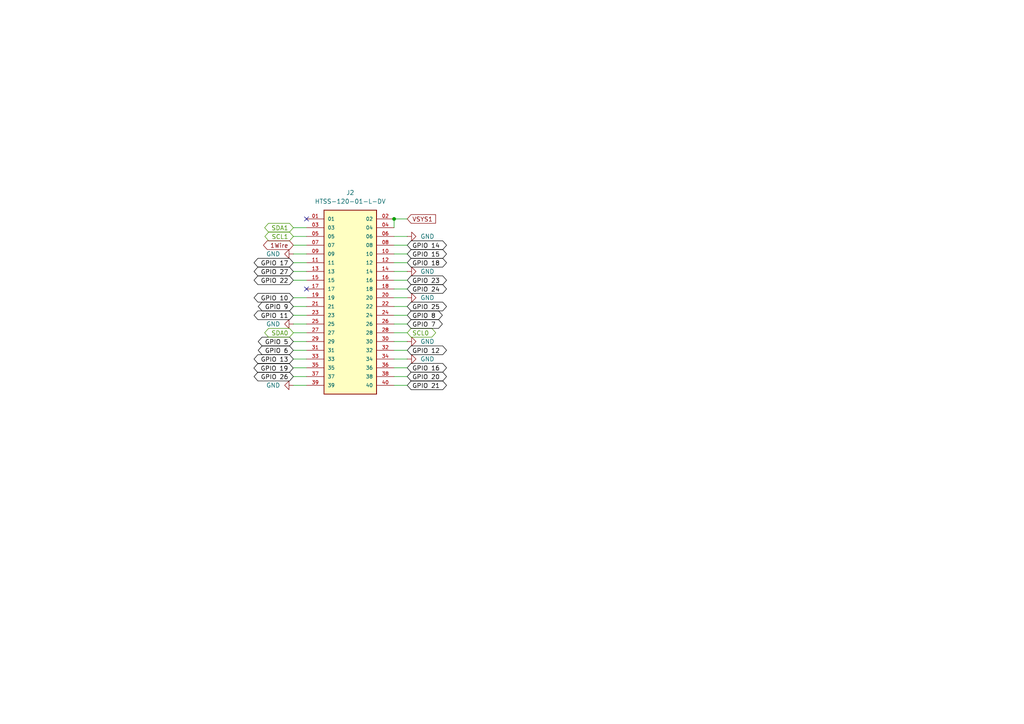
<source format=kicad_sch>
(kicad_sch
	(version 20231120)
	(generator "eeschema")
	(generator_version "8.0")
	(uuid "c8594ef8-8d31-4b80-8cd4-a9f106699f5c")
	(paper "A4")
	(lib_symbols
		(symbol "HTSS-120-01-L-DV:HTSS-120-01-L-DV"
			(pin_names
				(offset 1.016)
			)
			(exclude_from_sim no)
			(in_bom yes)
			(on_board yes)
			(property "Reference" "J"
				(at -8.12 27.94 0)
				(effects
					(font
						(size 1.27 1.27)
					)
					(justify left bottom)
				)
			)
			(property "Value" "HTSS-120-01-L-DV"
				(at -7.62 -27.94 0)
				(effects
					(font
						(size 1.27 1.27)
					)
					(justify left bottom)
				)
			)
			(property "Footprint" "HTSS-120-01-L-DV:SAMTEC_HTSS-120-01-L-DV"
				(at 0 0 0)
				(effects
					(font
						(size 1.27 1.27)
					)
					(justify bottom)
					(hide yes)
				)
			)
			(property "Datasheet" ""
				(at 0 0 0)
				(effects
					(font
						(size 1.27 1.27)
					)
					(hide yes)
				)
			)
			(property "Description" ""
				(at 0 0 0)
				(effects
					(font
						(size 1.27 1.27)
					)
					(hide yes)
				)
			)
			(property "PARTREV" "R"
				(at 0 0 0)
				(effects
					(font
						(size 1.27 1.27)
					)
					(justify bottom)
					(hide yes)
				)
			)
			(property "STANDARD" "Manufacturer Recommendations"
				(at 0 0 0)
				(effects
					(font
						(size 1.27 1.27)
					)
					(justify bottom)
					(hide yes)
				)
			)
			(property "MANUFACTURER" "Samtec"
				(at 0 0 0)
				(effects
					(font
						(size 1.27 1.27)
					)
					(justify bottom)
					(hide yes)
				)
			)
			(symbol "HTSS-120-01-L-DV_0_0"
				(rectangle
					(start -7.62 -25.4)
					(end 7.62 27.94)
					(stroke
						(width 0.254)
						(type default)
					)
					(fill
						(type background)
					)
				)
				(pin passive line
					(at -12.7 25.4 0)
					(length 5.08)
					(name "01"
						(effects
							(font
								(size 1.016 1.016)
							)
						)
					)
					(number "01"
						(effects
							(font
								(size 1.016 1.016)
							)
						)
					)
				)
				(pin passive line
					(at 12.7 25.4 180)
					(length 5.08)
					(name "02"
						(effects
							(font
								(size 1.016 1.016)
							)
						)
					)
					(number "02"
						(effects
							(font
								(size 1.016 1.016)
							)
						)
					)
				)
				(pin passive line
					(at -12.7 22.86 0)
					(length 5.08)
					(name "03"
						(effects
							(font
								(size 1.016 1.016)
							)
						)
					)
					(number "03"
						(effects
							(font
								(size 1.016 1.016)
							)
						)
					)
				)
				(pin passive line
					(at 12.7 22.86 180)
					(length 5.08)
					(name "04"
						(effects
							(font
								(size 1.016 1.016)
							)
						)
					)
					(number "04"
						(effects
							(font
								(size 1.016 1.016)
							)
						)
					)
				)
				(pin passive line
					(at -12.7 20.32 0)
					(length 5.08)
					(name "05"
						(effects
							(font
								(size 1.016 1.016)
							)
						)
					)
					(number "05"
						(effects
							(font
								(size 1.016 1.016)
							)
						)
					)
				)
				(pin passive line
					(at 12.7 20.32 180)
					(length 5.08)
					(name "06"
						(effects
							(font
								(size 1.016 1.016)
							)
						)
					)
					(number "06"
						(effects
							(font
								(size 1.016 1.016)
							)
						)
					)
				)
				(pin passive line
					(at -12.7 17.78 0)
					(length 5.08)
					(name "07"
						(effects
							(font
								(size 1.016 1.016)
							)
						)
					)
					(number "07"
						(effects
							(font
								(size 1.016 1.016)
							)
						)
					)
				)
				(pin passive line
					(at 12.7 17.78 180)
					(length 5.08)
					(name "08"
						(effects
							(font
								(size 1.016 1.016)
							)
						)
					)
					(number "08"
						(effects
							(font
								(size 1.016 1.016)
							)
						)
					)
				)
				(pin passive line
					(at -12.7 15.24 0)
					(length 5.08)
					(name "09"
						(effects
							(font
								(size 1.016 1.016)
							)
						)
					)
					(number "09"
						(effects
							(font
								(size 1.016 1.016)
							)
						)
					)
				)
				(pin passive line
					(at 12.7 15.24 180)
					(length 5.08)
					(name "10"
						(effects
							(font
								(size 1.016 1.016)
							)
						)
					)
					(number "10"
						(effects
							(font
								(size 1.016 1.016)
							)
						)
					)
				)
				(pin passive line
					(at -12.7 12.7 0)
					(length 5.08)
					(name "11"
						(effects
							(font
								(size 1.016 1.016)
							)
						)
					)
					(number "11"
						(effects
							(font
								(size 1.016 1.016)
							)
						)
					)
				)
				(pin passive line
					(at 12.7 12.7 180)
					(length 5.08)
					(name "12"
						(effects
							(font
								(size 1.016 1.016)
							)
						)
					)
					(number "12"
						(effects
							(font
								(size 1.016 1.016)
							)
						)
					)
				)
				(pin passive line
					(at -12.7 10.16 0)
					(length 5.08)
					(name "13"
						(effects
							(font
								(size 1.016 1.016)
							)
						)
					)
					(number "13"
						(effects
							(font
								(size 1.016 1.016)
							)
						)
					)
				)
				(pin passive line
					(at 12.7 10.16 180)
					(length 5.08)
					(name "14"
						(effects
							(font
								(size 1.016 1.016)
							)
						)
					)
					(number "14"
						(effects
							(font
								(size 1.016 1.016)
							)
						)
					)
				)
				(pin passive line
					(at -12.7 7.62 0)
					(length 5.08)
					(name "15"
						(effects
							(font
								(size 1.016 1.016)
							)
						)
					)
					(number "15"
						(effects
							(font
								(size 1.016 1.016)
							)
						)
					)
				)
				(pin passive line
					(at 12.7 7.62 180)
					(length 5.08)
					(name "16"
						(effects
							(font
								(size 1.016 1.016)
							)
						)
					)
					(number "16"
						(effects
							(font
								(size 1.016 1.016)
							)
						)
					)
				)
				(pin passive line
					(at -12.7 5.08 0)
					(length 5.08)
					(name "17"
						(effects
							(font
								(size 1.016 1.016)
							)
						)
					)
					(number "17"
						(effects
							(font
								(size 1.016 1.016)
							)
						)
					)
				)
				(pin passive line
					(at 12.7 5.08 180)
					(length 5.08)
					(name "18"
						(effects
							(font
								(size 1.016 1.016)
							)
						)
					)
					(number "18"
						(effects
							(font
								(size 1.016 1.016)
							)
						)
					)
				)
				(pin passive line
					(at -12.7 2.54 0)
					(length 5.08)
					(name "19"
						(effects
							(font
								(size 1.016 1.016)
							)
						)
					)
					(number "19"
						(effects
							(font
								(size 1.016 1.016)
							)
						)
					)
				)
				(pin passive line
					(at 12.7 2.54 180)
					(length 5.08)
					(name "20"
						(effects
							(font
								(size 1.016 1.016)
							)
						)
					)
					(number "20"
						(effects
							(font
								(size 1.016 1.016)
							)
						)
					)
				)
				(pin passive line
					(at -12.7 0 0)
					(length 5.08)
					(name "21"
						(effects
							(font
								(size 1.016 1.016)
							)
						)
					)
					(number "21"
						(effects
							(font
								(size 1.016 1.016)
							)
						)
					)
				)
				(pin passive line
					(at 12.7 0 180)
					(length 5.08)
					(name "22"
						(effects
							(font
								(size 1.016 1.016)
							)
						)
					)
					(number "22"
						(effects
							(font
								(size 1.016 1.016)
							)
						)
					)
				)
				(pin passive line
					(at -12.7 -2.54 0)
					(length 5.08)
					(name "23"
						(effects
							(font
								(size 1.016 1.016)
							)
						)
					)
					(number "23"
						(effects
							(font
								(size 1.016 1.016)
							)
						)
					)
				)
				(pin passive line
					(at 12.7 -2.54 180)
					(length 5.08)
					(name "24"
						(effects
							(font
								(size 1.016 1.016)
							)
						)
					)
					(number "24"
						(effects
							(font
								(size 1.016 1.016)
							)
						)
					)
				)
				(pin passive line
					(at -12.7 -5.08 0)
					(length 5.08)
					(name "25"
						(effects
							(font
								(size 1.016 1.016)
							)
						)
					)
					(number "25"
						(effects
							(font
								(size 1.016 1.016)
							)
						)
					)
				)
				(pin passive line
					(at 12.7 -5.08 180)
					(length 5.08)
					(name "26"
						(effects
							(font
								(size 1.016 1.016)
							)
						)
					)
					(number "26"
						(effects
							(font
								(size 1.016 1.016)
							)
						)
					)
				)
				(pin passive line
					(at -12.7 -7.62 0)
					(length 5.08)
					(name "27"
						(effects
							(font
								(size 1.016 1.016)
							)
						)
					)
					(number "27"
						(effects
							(font
								(size 1.016 1.016)
							)
						)
					)
				)
				(pin passive line
					(at 12.7 -7.62 180)
					(length 5.08)
					(name "28"
						(effects
							(font
								(size 1.016 1.016)
							)
						)
					)
					(number "28"
						(effects
							(font
								(size 1.016 1.016)
							)
						)
					)
				)
				(pin passive line
					(at -12.7 -10.16 0)
					(length 5.08)
					(name "29"
						(effects
							(font
								(size 1.016 1.016)
							)
						)
					)
					(number "29"
						(effects
							(font
								(size 1.016 1.016)
							)
						)
					)
				)
				(pin passive line
					(at 12.7 -10.16 180)
					(length 5.08)
					(name "30"
						(effects
							(font
								(size 1.016 1.016)
							)
						)
					)
					(number "30"
						(effects
							(font
								(size 1.016 1.016)
							)
						)
					)
				)
				(pin passive line
					(at -12.7 -12.7 0)
					(length 5.08)
					(name "31"
						(effects
							(font
								(size 1.016 1.016)
							)
						)
					)
					(number "31"
						(effects
							(font
								(size 1.016 1.016)
							)
						)
					)
				)
				(pin passive line
					(at 12.7 -12.7 180)
					(length 5.08)
					(name "32"
						(effects
							(font
								(size 1.016 1.016)
							)
						)
					)
					(number "32"
						(effects
							(font
								(size 1.016 1.016)
							)
						)
					)
				)
				(pin passive line
					(at -12.7 -15.24 0)
					(length 5.08)
					(name "33"
						(effects
							(font
								(size 1.016 1.016)
							)
						)
					)
					(number "33"
						(effects
							(font
								(size 1.016 1.016)
							)
						)
					)
				)
				(pin passive line
					(at 12.7 -15.24 180)
					(length 5.08)
					(name "34"
						(effects
							(font
								(size 1.016 1.016)
							)
						)
					)
					(number "34"
						(effects
							(font
								(size 1.016 1.016)
							)
						)
					)
				)
				(pin passive line
					(at -12.7 -17.78 0)
					(length 5.08)
					(name "35"
						(effects
							(font
								(size 1.016 1.016)
							)
						)
					)
					(number "35"
						(effects
							(font
								(size 1.016 1.016)
							)
						)
					)
				)
				(pin passive line
					(at 12.7 -17.78 180)
					(length 5.08)
					(name "36"
						(effects
							(font
								(size 1.016 1.016)
							)
						)
					)
					(number "36"
						(effects
							(font
								(size 1.016 1.016)
							)
						)
					)
				)
				(pin passive line
					(at -12.7 -20.32 0)
					(length 5.08)
					(name "37"
						(effects
							(font
								(size 1.016 1.016)
							)
						)
					)
					(number "37"
						(effects
							(font
								(size 1.016 1.016)
							)
						)
					)
				)
				(pin passive line
					(at 12.7 -20.32 180)
					(length 5.08)
					(name "38"
						(effects
							(font
								(size 1.016 1.016)
							)
						)
					)
					(number "38"
						(effects
							(font
								(size 1.016 1.016)
							)
						)
					)
				)
				(pin passive line
					(at -12.7 -22.86 0)
					(length 5.08)
					(name "39"
						(effects
							(font
								(size 1.016 1.016)
							)
						)
					)
					(number "39"
						(effects
							(font
								(size 1.016 1.016)
							)
						)
					)
				)
				(pin passive line
					(at 12.7 -22.86 180)
					(length 5.08)
					(name "40"
						(effects
							(font
								(size 1.016 1.016)
							)
						)
					)
					(number "40"
						(effects
							(font
								(size 1.016 1.016)
							)
						)
					)
				)
			)
		)
		(symbol "power:GND"
			(power)
			(pin_numbers hide)
			(pin_names
				(offset 0) hide)
			(exclude_from_sim no)
			(in_bom yes)
			(on_board yes)
			(property "Reference" "#PWR"
				(at 0 -6.35 0)
				(effects
					(font
						(size 1.27 1.27)
					)
					(hide yes)
				)
			)
			(property "Value" "GND"
				(at 0 -3.81 0)
				(effects
					(font
						(size 1.27 1.27)
					)
				)
			)
			(property "Footprint" ""
				(at 0 0 0)
				(effects
					(font
						(size 1.27 1.27)
					)
					(hide yes)
				)
			)
			(property "Datasheet" ""
				(at 0 0 0)
				(effects
					(font
						(size 1.27 1.27)
					)
					(hide yes)
				)
			)
			(property "Description" "Power symbol creates a global label with name \"GND\" , ground"
				(at 0 0 0)
				(effects
					(font
						(size 1.27 1.27)
					)
					(hide yes)
				)
			)
			(property "ki_keywords" "global power"
				(at 0 0 0)
				(effects
					(font
						(size 1.27 1.27)
					)
					(hide yes)
				)
			)
			(symbol "GND_0_1"
				(polyline
					(pts
						(xy 0 0) (xy 0 -1.27) (xy 1.27 -1.27) (xy 0 -2.54) (xy -1.27 -1.27) (xy 0 -1.27)
					)
					(stroke
						(width 0)
						(type default)
					)
					(fill
						(type none)
					)
				)
			)
			(symbol "GND_1_1"
				(pin power_in line
					(at 0 0 270)
					(length 0)
					(name "~"
						(effects
							(font
								(size 1.27 1.27)
							)
						)
					)
					(number "1"
						(effects
							(font
								(size 1.27 1.27)
							)
						)
					)
				)
			)
		)
	)
	(junction
		(at 114.3 63.5)
		(diameter 0)
		(color 0 0 0 0)
		(uuid "9cc94300-1425-4ce8-af49-9130940710ae")
	)
	(no_connect
		(at 88.9 63.5)
		(uuid "88d2087f-c370-4ff8-a322-346da4f3e0a6")
	)
	(no_connect
		(at 88.9 83.82)
		(uuid "8f2c3650-4698-469d-9d1d-9f288eca0008")
	)
	(wire
		(pts
			(xy 118.11 83.82) (xy 114.3 83.82)
		)
		(stroke
			(width 0)
			(type default)
		)
		(uuid "005724ad-9b8f-46d7-9d1a-1c802fdd6723")
	)
	(wire
		(pts
			(xy 118.11 106.68) (xy 114.3 106.68)
		)
		(stroke
			(width 0)
			(type default)
		)
		(uuid "03f175d7-bfe1-4da6-a19c-0d089b9d997b")
	)
	(wire
		(pts
			(xy 85.09 86.36) (xy 88.9 86.36)
		)
		(stroke
			(width 0)
			(type default)
		)
		(uuid "045d3c8f-3def-4bbd-ba66-66d9ea1f70ef")
	)
	(wire
		(pts
			(xy 118.11 86.36) (xy 114.3 86.36)
		)
		(stroke
			(width 0)
			(type default)
		)
		(uuid "059cc400-997d-4d25-a5e3-4fbe868ff394")
	)
	(wire
		(pts
			(xy 118.11 91.44) (xy 114.3 91.44)
		)
		(stroke
			(width 0)
			(type default)
		)
		(uuid "0a9c6c44-4255-4f70-a04d-7ebab16a18f8")
	)
	(wire
		(pts
			(xy 85.09 93.98) (xy 88.9 93.98)
		)
		(stroke
			(width 0)
			(type default)
		)
		(uuid "184866fc-41cc-4001-b920-d50a715bb40b")
	)
	(wire
		(pts
			(xy 118.11 101.6) (xy 114.3 101.6)
		)
		(stroke
			(width 0)
			(type default)
		)
		(uuid "194c4f94-e48f-406e-9902-e3bef01b0193")
	)
	(wire
		(pts
			(xy 118.11 73.66) (xy 114.3 73.66)
		)
		(stroke
			(width 0)
			(type default)
		)
		(uuid "1feef0c9-5d31-453e-a8ac-acb97fc2285e")
	)
	(wire
		(pts
			(xy 85.09 111.76) (xy 88.9 111.76)
		)
		(stroke
			(width 0)
			(type default)
		)
		(uuid "2505aa9f-4f1e-4459-af97-3129158882e5")
	)
	(wire
		(pts
			(xy 85.09 101.6) (xy 88.9 101.6)
		)
		(stroke
			(width 0)
			(type default)
		)
		(uuid "2d68f76a-8569-46ff-b075-0517fe9b7e10")
	)
	(wire
		(pts
			(xy 85.09 68.58) (xy 88.9 68.58)
		)
		(stroke
			(width 0)
			(type default)
		)
		(uuid "3c41b3f4-8fcc-4102-8abf-4f150d2a2ff5")
	)
	(wire
		(pts
			(xy 118.11 104.14) (xy 114.3 104.14)
		)
		(stroke
			(width 0)
			(type default)
		)
		(uuid "4e1b7aba-b121-4ce4-9f0e-441a62066ee0")
	)
	(wire
		(pts
			(xy 118.11 81.28) (xy 114.3 81.28)
		)
		(stroke
			(width 0)
			(type default)
		)
		(uuid "5a456ae9-750e-429a-94aa-74a98e2193b2")
	)
	(wire
		(pts
			(xy 118.11 63.5) (xy 114.3 63.5)
		)
		(stroke
			(width 0)
			(type default)
		)
		(uuid "6889979d-5730-451d-b64e-48521484b106")
	)
	(wire
		(pts
			(xy 85.09 76.2) (xy 88.9 76.2)
		)
		(stroke
			(width 0)
			(type default)
		)
		(uuid "7d801f0b-aa7b-4aed-9266-27637f08bd91")
	)
	(wire
		(pts
			(xy 85.09 104.14) (xy 88.9 104.14)
		)
		(stroke
			(width 0)
			(type default)
		)
		(uuid "802556cd-5214-4858-a433-f167a65acc97")
	)
	(wire
		(pts
			(xy 85.09 109.22) (xy 88.9 109.22)
		)
		(stroke
			(width 0)
			(type default)
		)
		(uuid "80365733-6907-48f6-ad55-9c424029553a")
	)
	(wire
		(pts
			(xy 118.11 111.76) (xy 114.3 111.76)
		)
		(stroke
			(width 0)
			(type default)
		)
		(uuid "8879a491-c1f4-41ce-97b8-9b43d2585eb0")
	)
	(wire
		(pts
			(xy 85.09 91.44) (xy 88.9 91.44)
		)
		(stroke
			(width 0)
			(type default)
		)
		(uuid "8aa94f75-1e72-4713-8f9a-340950e9a9dc")
	)
	(wire
		(pts
			(xy 114.3 63.5) (xy 114.3 66.04)
		)
		(stroke
			(width 0)
			(type default)
		)
		(uuid "a3e74779-5738-4354-8af8-49759a78f2aa")
	)
	(wire
		(pts
			(xy 118.11 109.22) (xy 114.3 109.22)
		)
		(stroke
			(width 0)
			(type default)
		)
		(uuid "aabcafc1-1fb1-4557-85bd-595d80cfc1d4")
	)
	(wire
		(pts
			(xy 85.09 71.12) (xy 88.9 71.12)
		)
		(stroke
			(width 0)
			(type default)
		)
		(uuid "ac0acc95-001d-485b-b946-09e8d7f92c4a")
	)
	(wire
		(pts
			(xy 118.11 99.06) (xy 114.3 99.06)
		)
		(stroke
			(width 0)
			(type default)
		)
		(uuid "b4c6122f-a763-4c5c-86b6-de0fe158daf4")
	)
	(wire
		(pts
			(xy 85.09 78.74) (xy 88.9 78.74)
		)
		(stroke
			(width 0)
			(type default)
		)
		(uuid "bd6f678e-78fc-4c9d-a72a-d709072de7f0")
	)
	(wire
		(pts
			(xy 118.11 78.74) (xy 114.3 78.74)
		)
		(stroke
			(width 0)
			(type default)
		)
		(uuid "c2dd52d7-d1b7-4fa0-b00f-2b6025e87e4f")
	)
	(wire
		(pts
			(xy 118.11 68.58) (xy 114.3 68.58)
		)
		(stroke
			(width 0)
			(type default)
		)
		(uuid "c930a799-9139-4b41-96b5-04692e1e85f1")
	)
	(wire
		(pts
			(xy 85.09 66.04) (xy 88.9 66.04)
		)
		(stroke
			(width 0)
			(type default)
		)
		(uuid "d2a149fd-c5bb-40b6-94b6-b427981f476d")
	)
	(wire
		(pts
			(xy 118.11 71.12) (xy 114.3 71.12)
		)
		(stroke
			(width 0)
			(type default)
		)
		(uuid "d9707876-1754-4c71-8745-8ca2168d8cfb")
	)
	(wire
		(pts
			(xy 85.09 99.06) (xy 88.9 99.06)
		)
		(stroke
			(width 0)
			(type default)
		)
		(uuid "d9b44ce6-6938-48e6-b2e0-1222ddd65837")
	)
	(wire
		(pts
			(xy 85.09 73.66) (xy 88.9 73.66)
		)
		(stroke
			(width 0)
			(type default)
		)
		(uuid "e1a0ad4e-545c-4237-b001-a80a37023ff4")
	)
	(wire
		(pts
			(xy 118.11 93.98) (xy 114.3 93.98)
		)
		(stroke
			(width 0)
			(type default)
		)
		(uuid "e477e57f-8a7e-473c-85a9-1fabd5fa09f8")
	)
	(wire
		(pts
			(xy 118.11 88.9) (xy 114.3 88.9)
		)
		(stroke
			(width 0)
			(type default)
		)
		(uuid "e58961ac-b6ad-4d93-95ab-a40a67ab7bd5")
	)
	(wire
		(pts
			(xy 85.09 81.28) (xy 88.9 81.28)
		)
		(stroke
			(width 0)
			(type default)
		)
		(uuid "e5e03e78-da2e-4d7d-a04d-78e247698750")
	)
	(wire
		(pts
			(xy 85.09 106.68) (xy 88.9 106.68)
		)
		(stroke
			(width 0)
			(type default)
		)
		(uuid "ec8e79cd-b651-47d9-82a5-90778f5a356e")
	)
	(wire
		(pts
			(xy 118.11 76.2) (xy 114.3 76.2)
		)
		(stroke
			(width 0)
			(type default)
		)
		(uuid "ef608d3a-1f8a-4892-bfe4-5cdae7cf29f4")
	)
	(wire
		(pts
			(xy 85.09 88.9) (xy 88.9 88.9)
		)
		(stroke
			(width 0)
			(type default)
		)
		(uuid "f4824678-5afa-40bc-87ba-2a47c785b345")
	)
	(wire
		(pts
			(xy 85.09 96.52) (xy 88.9 96.52)
		)
		(stroke
			(width 0)
			(type default)
		)
		(uuid "f567d95d-91ed-4ede-9a81-61c169333dbc")
	)
	(wire
		(pts
			(xy 118.11 96.52) (xy 114.3 96.52)
		)
		(stroke
			(width 0)
			(type default)
		)
		(uuid "fba85323-59ae-4288-aec1-5c6b7bd06e9c")
	)
	(global_label "SCL1"
		(shape bidirectional)
		(at 85.09 68.58 180)
		(effects
			(font
				(size 1.27 1.27)
				(color 64 145 0 1)
			)
			(justify right)
		)
		(uuid "04f6b683-ef30-40e6-a4e2-76309079d535")
		(property "Intersheetrefs" "${INTERSHEET_REFS}"
			(at 85.09 68.58 0)
			(effects
				(font
					(size 1.27 1.27)
				)
				(hide yes)
			)
		)
	)
	(global_label "GPIO 20"
		(shape bidirectional)
		(at 118.11 109.22 0)
		(fields_autoplaced yes)
		(effects
			(font
				(size 1.27 1.27)
				(color 0 0 0 1)
			)
			(justify left)
		)
		(uuid "0b6672e1-18f9-4bac-a8fd-aeedaa493d7d")
		(property "Intersheetrefs" "${INTERSHEET_REFS}"
			(at 130.0684 109.22 0)
			(effects
				(font
					(size 1.27 1.27)
				)
				(justify left)
				(hide yes)
			)
		)
	)
	(global_label "SDA1"
		(shape bidirectional)
		(at 85.09 66.04 180)
		(effects
			(font
				(size 1.27 1.27)
				(color 64 145 0 1)
			)
			(justify right)
		)
		(uuid "1d07cec9-4d4e-470e-a9c3-3bb65b2dda15")
		(property "Intersheetrefs" "${INTERSHEET_REFS}"
			(at 85.09 66.04 0)
			(effects
				(font
					(size 1.27 1.27)
				)
				(hide yes)
			)
		)
	)
	(global_label "GPIO 13"
		(shape bidirectional)
		(at 85.09 104.14 180)
		(fields_autoplaced yes)
		(effects
			(font
				(size 1.27 1.27)
				(color 0 0 0 1)
			)
			(justify right)
		)
		(uuid "2784ab6f-3549-4668-bd0e-d8770f7733d8")
		(property "Intersheetrefs" "${INTERSHEET_REFS}"
			(at 73.1316 104.14 0)
			(effects
				(font
					(size 1.27 1.27)
				)
				(justify right)
				(hide yes)
			)
		)
	)
	(global_label "GPIO 25"
		(shape bidirectional)
		(at 118.11 88.9 0)
		(fields_autoplaced yes)
		(effects
			(font
				(size 1.27 1.27)
				(color 0 0 0 1)
			)
			(justify left)
		)
		(uuid "3b56a00d-ca75-4417-a62e-d474fb588d19")
		(property "Intersheetrefs" "${INTERSHEET_REFS}"
			(at 130.0684 88.9 0)
			(effects
				(font
					(size 1.27 1.27)
				)
				(justify left)
				(hide yes)
			)
		)
	)
	(global_label "GPIO 8"
		(shape bidirectional)
		(at 118.11 91.44 0)
		(fields_autoplaced yes)
		(effects
			(font
				(size 1.27 1.27)
				(color 0 0 0 1)
			)
			(justify left)
		)
		(uuid "3de90012-bff8-4fce-86b7-2a5cf771b7cb")
		(property "Intersheetrefs" "${INTERSHEET_REFS}"
			(at 128.8589 91.44 0)
			(effects
				(font
					(size 1.27 1.27)
				)
				(justify left)
				(hide yes)
			)
		)
	)
	(global_label "GPIO 6"
		(shape bidirectional)
		(at 85.09 101.6 180)
		(fields_autoplaced yes)
		(effects
			(font
				(size 1.27 1.27)
				(color 0 0 0 1)
			)
			(justify right)
		)
		(uuid "5462a637-31a1-46dc-ba3b-1d04e60649db")
		(property "Intersheetrefs" "${INTERSHEET_REFS}"
			(at 74.3411 101.6 0)
			(effects
				(font
					(size 1.27 1.27)
				)
				(justify right)
				(hide yes)
			)
		)
	)
	(global_label "GPIO 16"
		(shape bidirectional)
		(at 118.11 106.68 0)
		(fields_autoplaced yes)
		(effects
			(font
				(size 1.27 1.27)
				(color 0 0 0 1)
			)
			(justify left)
		)
		(uuid "58aec727-1671-488c-9ddb-3c0ee3139599")
		(property "Intersheetrefs" "${INTERSHEET_REFS}"
			(at 130.0684 106.68 0)
			(effects
				(font
					(size 1.27 1.27)
				)
				(justify left)
				(hide yes)
			)
		)
	)
	(global_label "SDA0"
		(shape bidirectional)
		(at 85.09 96.52 180)
		(fields_autoplaced yes)
		(effects
			(font
				(size 1.27 1.27)
				(color 64 145 0 1)
			)
			(justify right)
		)
		(uuid "5a503a09-49d7-4167-bf24-756ed80cdca3")
		(property "Intersheetrefs" "${INTERSHEET_REFS}"
			(at 76.2159 96.52 0)
			(effects
				(font
					(size 1.27 1.27)
				)
				(justify right)
				(hide yes)
			)
		)
	)
	(global_label "GPIO 26"
		(shape bidirectional)
		(at 85.09 109.22 180)
		(fields_autoplaced yes)
		(effects
			(font
				(size 1.27 1.27)
				(color 0 0 0 1)
			)
			(justify right)
		)
		(uuid "68ea0897-eb42-49fc-942e-6d9b274c8bb2")
		(property "Intersheetrefs" "${INTERSHEET_REFS}"
			(at 73.1316 109.22 0)
			(effects
				(font
					(size 1.27 1.27)
				)
				(justify right)
				(hide yes)
			)
		)
	)
	(global_label "GPIO 18"
		(shape bidirectional)
		(at 118.11 76.2 0)
		(fields_autoplaced yes)
		(effects
			(font
				(size 1.27 1.27)
				(color 0 0 0 1)
			)
			(justify left)
		)
		(uuid "74da58fd-e027-4d48-9cc8-ff451eb6dbf6")
		(property "Intersheetrefs" "${INTERSHEET_REFS}"
			(at 130.0684 76.2 0)
			(effects
				(font
					(size 1.27 1.27)
				)
				(justify left)
				(hide yes)
			)
		)
	)
	(global_label "GPIO 24"
		(shape bidirectional)
		(at 118.11 83.82 0)
		(fields_autoplaced yes)
		(effects
			(font
				(size 1.27 1.27)
				(color 0 0 0 1)
			)
			(justify left)
		)
		(uuid "75ac16a4-a24d-4475-9179-a72ffa58df9e")
		(property "Intersheetrefs" "${INTERSHEET_REFS}"
			(at 130.0684 83.82 0)
			(effects
				(font
					(size 1.27 1.27)
				)
				(justify left)
				(hide yes)
			)
		)
	)
	(global_label "GPIO 27"
		(shape bidirectional)
		(at 85.09 78.74 180)
		(fields_autoplaced yes)
		(effects
			(font
				(size 1.27 1.27)
				(color 0 0 0 1)
			)
			(justify right)
		)
		(uuid "88634503-1514-493a-9e11-76a9321196e7")
		(property "Intersheetrefs" "${INTERSHEET_REFS}"
			(at 73.1316 78.74 0)
			(effects
				(font
					(size 1.27 1.27)
				)
				(justify right)
				(hide yes)
			)
		)
	)
	(global_label "GPIO 12"
		(shape bidirectional)
		(at 118.11 101.6 0)
		(fields_autoplaced yes)
		(effects
			(font
				(size 1.27 1.27)
				(color 0 0 0 1)
			)
			(justify left)
		)
		(uuid "897d6142-4145-474e-94e3-a8d3fc476ba7")
		(property "Intersheetrefs" "${INTERSHEET_REFS}"
			(at 130.0684 101.6 0)
			(effects
				(font
					(size 1.27 1.27)
				)
				(justify left)
				(hide yes)
			)
		)
	)
	(global_label "GPIO 21"
		(shape bidirectional)
		(at 118.11 111.76 0)
		(fields_autoplaced yes)
		(effects
			(font
				(size 1.27 1.27)
				(color 0 0 0 1)
			)
			(justify left)
		)
		(uuid "8b9d2a0a-5ed8-4bed-a33e-cc2983e0e5ee")
		(property "Intersheetrefs" "${INTERSHEET_REFS}"
			(at 130.0684 111.76 0)
			(effects
				(font
					(size 1.27 1.27)
				)
				(justify left)
				(hide yes)
			)
		)
	)
	(global_label "GPIO 23"
		(shape bidirectional)
		(at 118.11 81.28 0)
		(fields_autoplaced yes)
		(effects
			(font
				(size 1.27 1.27)
				(color 0 0 0 1)
			)
			(justify left)
		)
		(uuid "a10b159f-f5eb-4afc-b40a-6d4dcea054a3")
		(property "Intersheetrefs" "${INTERSHEET_REFS}"
			(at 130.0684 81.28 0)
			(effects
				(font
					(size 1.27 1.27)
				)
				(justify left)
				(hide yes)
			)
		)
	)
	(global_label "GPIO 5"
		(shape bidirectional)
		(at 85.09 99.06 180)
		(fields_autoplaced yes)
		(effects
			(font
				(size 1.27 1.27)
				(color 0 0 0 1)
			)
			(justify right)
		)
		(uuid "a4ca9ea0-f0b2-43dc-91dc-1a7ed7701948")
		(property "Intersheetrefs" "${INTERSHEET_REFS}"
			(at 74.3411 99.06 0)
			(effects
				(font
					(size 1.27 1.27)
				)
				(justify right)
				(hide yes)
			)
		)
	)
	(global_label "GPIO 14"
		(shape bidirectional)
		(at 118.11 71.12 0)
		(fields_autoplaced yes)
		(effects
			(font
				(size 1.27 1.27)
				(color 0 0 0 1)
			)
			(justify left)
		)
		(uuid "ab0155bc-8b29-465b-97a7-ae3145c5c0c7")
		(property "Intersheetrefs" "${INTERSHEET_REFS}"
			(at 130.0684 71.12 0)
			(effects
				(font
					(size 1.27 1.27)
				)
				(justify left)
				(hide yes)
			)
		)
	)
	(global_label "GPIO 10"
		(shape bidirectional)
		(at 85.09 86.36 180)
		(fields_autoplaced yes)
		(effects
			(font
				(size 1.27 1.27)
				(color 0 0 0 1)
			)
			(justify right)
		)
		(uuid "afd7d5c0-d302-4207-9f70-563209820bd3")
		(property "Intersheetrefs" "${INTERSHEET_REFS}"
			(at 73.1316 86.36 0)
			(effects
				(font
					(size 1.27 1.27)
				)
				(justify right)
				(hide yes)
			)
		)
	)
	(global_label "GPIO 17"
		(shape bidirectional)
		(at 85.09 76.2 180)
		(fields_autoplaced yes)
		(effects
			(font
				(size 1.27 1.27)
				(color 0 0 0 1)
			)
			(justify right)
		)
		(uuid "b0f309f8-babb-4fc5-9986-b893fbf19d1d")
		(property "Intersheetrefs" "${INTERSHEET_REFS}"
			(at 73.1316 76.2 0)
			(effects
				(font
					(size 1.27 1.27)
				)
				(justify right)
				(hide yes)
			)
		)
	)
	(global_label "VSYS1"
		(shape input)
		(at 118.11 63.5 0)
		(fields_autoplaced yes)
		(effects
			(font
				(size 1.27 1.27)
			)
			(justify left)
		)
		(uuid "b7625441-a976-43c2-a387-60f736731c9d")
		(property "Intersheetrefs" "${INTERSHEET_REFS}"
			(at 126.9009 63.5 0)
			(effects
				(font
					(size 1.27 1.27)
				)
				(justify left)
				(hide yes)
			)
		)
	)
	(global_label "GPIO 15"
		(shape bidirectional)
		(at 118.11 73.66 0)
		(fields_autoplaced yes)
		(effects
			(font
				(size 1.27 1.27)
				(color 0 0 0 1)
			)
			(justify left)
		)
		(uuid "bc21cbd6-cfef-432c-914c-d04454cd5292")
		(property "Intersheetrefs" "${INTERSHEET_REFS}"
			(at 130.0684 73.66 0)
			(effects
				(font
					(size 1.27 1.27)
				)
				(justify left)
				(hide yes)
			)
		)
	)
	(global_label "GPIO 11"
		(shape bidirectional)
		(at 85.09 91.44 180)
		(fields_autoplaced yes)
		(effects
			(font
				(size 1.27 1.27)
				(color 0 0 0 1)
			)
			(justify right)
		)
		(uuid "d59e5f40-c0ce-4963-a565-185fe8a63f2f")
		(property "Intersheetrefs" "${INTERSHEET_REFS}"
			(at 73.1316 91.44 0)
			(effects
				(font
					(size 1.27 1.27)
				)
				(justify right)
				(hide yes)
			)
		)
	)
	(global_label "SCL0"
		(shape bidirectional)
		(at 118.11 96.52 0)
		(fields_autoplaced yes)
		(effects
			(font
				(size 1.27 1.27)
				(color 64 145 0 1)
			)
			(justify left)
		)
		(uuid "e05e5fa4-9041-4c64-b826-3c688c0a9780")
		(property "Intersheetrefs" "${INTERSHEET_REFS}"
			(at 126.9236 96.52 0)
			(effects
				(font
					(size 1.27 1.27)
				)
				(justify left)
				(hide yes)
			)
		)
	)
	(global_label "GPIO 19"
		(shape bidirectional)
		(at 85.0446 106.7556 180)
		(fields_autoplaced yes)
		(effects
			(font
				(size 1.27 1.27)
				(color 0 0 0 1)
			)
			(justify right)
		)
		(uuid "e387f42c-7843-4533-a86f-9dcd9d2dd2df")
		(property "Intersheetrefs" "${INTERSHEET_REFS}"
			(at 73.0862 106.7556 0)
			(effects
				(font
					(size 1.27 1.27)
				)
				(justify right)
				(hide yes)
			)
		)
	)
	(global_label "1Wire"
		(shape bidirectional)
		(at 85.09 71.12 180)
		(fields_autoplaced yes)
		(effects
			(font
				(size 1.27 1.27)
			)
			(justify right)
		)
		(uuid "e56bfa67-b5c1-4ce8-9b92-f8a9bd310f49")
		(property "Intersheetrefs" "${INTERSHEET_REFS}"
			(at 75.853 71.12 0)
			(effects
				(font
					(size 1.27 1.27)
				)
				(justify right)
				(hide yes)
			)
		)
	)
	(global_label "GPIO 9"
		(shape bidirectional)
		(at 85.09 88.9 180)
		(fields_autoplaced yes)
		(effects
			(font
				(size 1.27 1.27)
				(color 0 0 0 1)
			)
			(justify right)
		)
		(uuid "eb8b7fc9-fd75-4357-843b-06ff880cdde1")
		(property "Intersheetrefs" "${INTERSHEET_REFS}"
			(at 74.3411 88.9 0)
			(effects
				(font
					(size 1.27 1.27)
				)
				(justify right)
				(hide yes)
			)
		)
	)
	(global_label "GPIO 7"
		(shape bidirectional)
		(at 118.11 93.98 0)
		(fields_autoplaced yes)
		(effects
			(font
				(size 1.27 1.27)
				(color 0 0 0 1)
			)
			(justify left)
		)
		(uuid "ec1a091c-ec23-495c-b75e-264f0a260e5b")
		(property "Intersheetrefs" "${INTERSHEET_REFS}"
			(at 128.8589 93.98 0)
			(effects
				(font
					(size 1.27 1.27)
				)
				(justify left)
				(hide yes)
			)
		)
	)
	(global_label "GPIO 22"
		(shape bidirectional)
		(at 85.09 81.28 180)
		(fields_autoplaced yes)
		(effects
			(font
				(size 1.27 1.27)
				(color 0 0 0 1)
			)
			(justify right)
		)
		(uuid "f93c55ca-50c2-4ef3-8fe0-cc2a5b16a7b2")
		(property "Intersheetrefs" "${INTERSHEET_REFS}"
			(at 73.1316 81.28 0)
			(effects
				(font
					(size 1.27 1.27)
				)
				(justify right)
				(hide yes)
			)
		)
	)
	(symbol
		(lib_id "power:GND")
		(at 118.11 99.06 90)
		(unit 1)
		(exclude_from_sim no)
		(in_bom yes)
		(on_board yes)
		(dnp no)
		(fields_autoplaced yes)
		(uuid "0ff3d797-552e-4258-b37d-92e92a9351e3")
		(property "Reference" "#PWR011"
			(at 124.46 99.06 0)
			(effects
				(font
					(size 1.27 1.27)
				)
				(hide yes)
			)
		)
		(property "Value" "GND"
			(at 121.92 99.0599 90)
			(effects
				(font
					(size 1.27 1.27)
				)
				(justify right)
			)
		)
		(property "Footprint" ""
			(at 118.11 99.06 0)
			(effects
				(font
					(size 1.27 1.27)
				)
				(hide yes)
			)
		)
		(property "Datasheet" ""
			(at 118.11 99.06 0)
			(effects
				(font
					(size 1.27 1.27)
				)
				(hide yes)
			)
		)
		(property "Description" "Power symbol creates a global label with name \"GND\" , ground"
			(at 118.11 99.06 0)
			(effects
				(font
					(size 1.27 1.27)
				)
				(hide yes)
			)
		)
		(pin "1"
			(uuid "97cdb129-366d-4f49-856c-3ddb2789c0b6")
		)
		(instances
			(project "phytohab_habcontroller_v.4.1"
				(path "/63d8ebc3-d81d-4869-925f-b28ad884a523/7773dce3-43b2-4fdb-a245-258140eb82d5"
					(reference "#PWR011")
					(unit 1)
				)
			)
		)
	)
	(symbol
		(lib_id "power:GND")
		(at 118.11 86.36 90)
		(unit 1)
		(exclude_from_sim no)
		(in_bom yes)
		(on_board yes)
		(dnp no)
		(fields_autoplaced yes)
		(uuid "2cee627f-07e9-456b-8efd-7bb5364f327a")
		(property "Reference" "#PWR010"
			(at 124.46 86.36 0)
			(effects
				(font
					(size 1.27 1.27)
				)
				(hide yes)
			)
		)
		(property "Value" "GND"
			(at 121.92 86.3599 90)
			(effects
				(font
					(size 1.27 1.27)
				)
				(justify right)
			)
		)
		(property "Footprint" ""
			(at 118.11 86.36 0)
			(effects
				(font
					(size 1.27 1.27)
				)
				(hide yes)
			)
		)
		(property "Datasheet" ""
			(at 118.11 86.36 0)
			(effects
				(font
					(size 1.27 1.27)
				)
				(hide yes)
			)
		)
		(property "Description" "Power symbol creates a global label with name \"GND\" , ground"
			(at 118.11 86.36 0)
			(effects
				(font
					(size 1.27 1.27)
				)
				(hide yes)
			)
		)
		(pin "1"
			(uuid "3acf2057-a844-48f1-b75d-327914aed001")
		)
		(instances
			(project "phytohab_habcontroller_v.4.1"
				(path "/63d8ebc3-d81d-4869-925f-b28ad884a523/7773dce3-43b2-4fdb-a245-258140eb82d5"
					(reference "#PWR010")
					(unit 1)
				)
			)
		)
	)
	(symbol
		(lib_id "power:GND")
		(at 118.11 104.14 90)
		(unit 1)
		(exclude_from_sim no)
		(in_bom yes)
		(on_board yes)
		(dnp no)
		(fields_autoplaced yes)
		(uuid "35a898ad-70d4-4885-aa6a-967e3170a0fd")
		(property "Reference" "#PWR012"
			(at 124.46 104.14 0)
			(effects
				(font
					(size 1.27 1.27)
				)
				(hide yes)
			)
		)
		(property "Value" "GND"
			(at 121.92 104.1399 90)
			(effects
				(font
					(size 1.27 1.27)
				)
				(justify right)
			)
		)
		(property "Footprint" ""
			(at 118.11 104.14 0)
			(effects
				(font
					(size 1.27 1.27)
				)
				(hide yes)
			)
		)
		(property "Datasheet" ""
			(at 118.11 104.14 0)
			(effects
				(font
					(size 1.27 1.27)
				)
				(hide yes)
			)
		)
		(property "Description" "Power symbol creates a global label with name \"GND\" , ground"
			(at 118.11 104.14 0)
			(effects
				(font
					(size 1.27 1.27)
				)
				(hide yes)
			)
		)
		(pin "1"
			(uuid "cc37034e-0aea-46a8-afc3-efd098a1029d")
		)
		(instances
			(project "phytohab_habcontroller_v.4.1"
				(path "/63d8ebc3-d81d-4869-925f-b28ad884a523/7773dce3-43b2-4fdb-a245-258140eb82d5"
					(reference "#PWR012")
					(unit 1)
				)
			)
		)
	)
	(symbol
		(lib_id "power:GND")
		(at 85.09 93.98 270)
		(unit 1)
		(exclude_from_sim no)
		(in_bom yes)
		(on_board yes)
		(dnp no)
		(fields_autoplaced yes)
		(uuid "3b50e090-c5fc-4bf9-8de8-7432b7ebacfb")
		(property "Reference" "#PWR08"
			(at 78.74 93.98 0)
			(effects
				(font
					(size 1.27 1.27)
				)
				(hide yes)
			)
		)
		(property "Value" "GND"
			(at 81.28 93.9799 90)
			(effects
				(font
					(size 1.27 1.27)
				)
				(justify right)
			)
		)
		(property "Footprint" ""
			(at 85.09 93.98 0)
			(effects
				(font
					(size 1.27 1.27)
				)
				(hide yes)
			)
		)
		(property "Datasheet" ""
			(at 85.09 93.98 0)
			(effects
				(font
					(size 1.27 1.27)
				)
				(hide yes)
			)
		)
		(property "Description" "Power symbol creates a global label with name \"GND\" , ground"
			(at 85.09 93.98 0)
			(effects
				(font
					(size 1.27 1.27)
				)
				(hide yes)
			)
		)
		(pin "1"
			(uuid "eb7a8a04-7b1c-4467-bf33-829d3a9f50ad")
		)
		(instances
			(project "phytohab_habcontroller_v.4.1"
				(path "/63d8ebc3-d81d-4869-925f-b28ad884a523/7773dce3-43b2-4fdb-a245-258140eb82d5"
					(reference "#PWR08")
					(unit 1)
				)
			)
		)
	)
	(symbol
		(lib_id "power:GND")
		(at 118.11 78.74 90)
		(unit 1)
		(exclude_from_sim no)
		(in_bom yes)
		(on_board yes)
		(dnp no)
		(fields_autoplaced yes)
		(uuid "4a810d95-9681-4689-a978-4b614f8307d6")
		(property "Reference" "#PWR05"
			(at 124.46 78.74 0)
			(effects
				(font
					(size 1.27 1.27)
				)
				(hide yes)
			)
		)
		(property "Value" "GND"
			(at 121.92 78.7399 90)
			(effects
				(font
					(size 1.27 1.27)
				)
				(justify right)
			)
		)
		(property "Footprint" ""
			(at 118.11 78.74 0)
			(effects
				(font
					(size 1.27 1.27)
				)
				(hide yes)
			)
		)
		(property "Datasheet" ""
			(at 118.11 78.74 0)
			(effects
				(font
					(size 1.27 1.27)
				)
				(hide yes)
			)
		)
		(property "Description" "Power symbol creates a global label with name \"GND\" , ground"
			(at 118.11 78.74 0)
			(effects
				(font
					(size 1.27 1.27)
				)
				(hide yes)
			)
		)
		(pin "1"
			(uuid "b5e040fc-9bb4-48b6-ab7e-5816b689cf64")
		)
		(instances
			(project "phytohab_habcontroller_v.4.1"
				(path "/63d8ebc3-d81d-4869-925f-b28ad884a523/7773dce3-43b2-4fdb-a245-258140eb82d5"
					(reference "#PWR05")
					(unit 1)
				)
			)
		)
	)
	(symbol
		(lib_id "HTSS-120-01-L-DV:HTSS-120-01-L-DV")
		(at 101.6 88.9 0)
		(unit 1)
		(exclude_from_sim no)
		(in_bom yes)
		(on_board yes)
		(dnp no)
		(fields_autoplaced yes)
		(uuid "8b4239a3-b63a-418a-9e12-8f10ca950c6e")
		(property "Reference" "J2"
			(at 101.6 55.88 0)
			(effects
				(font
					(size 1.27 1.27)
				)
			)
		)
		(property "Value" "HTSS-120-01-L-DV"
			(at 101.6 58.42 0)
			(effects
				(font
					(size 1.27 1.27)
				)
			)
		)
		(property "Footprint" "HTSS-120-01-L-DV:SAMTEC_HTSS-120-01-L-DV"
			(at 101.6 88.9 0)
			(effects
				(font
					(size 1.27 1.27)
				)
				(justify bottom)
				(hide yes)
			)
		)
		(property "Datasheet" ""
			(at 101.6 88.9 0)
			(effects
				(font
					(size 1.27 1.27)
				)
				(hide yes)
			)
		)
		(property "Description" ""
			(at 101.6 88.9 0)
			(effects
				(font
					(size 1.27 1.27)
				)
				(hide yes)
			)
		)
		(property "MF" "Samtec"
			(at 101.6 88.9 0)
			(effects
				(font
					(size 1.27 1.27)
				)
				(justify bottom)
				(hide yes)
			)
		)
		(property "Purchase-URL" "https://pricing.snapeda.com/search/part/HTST-120-01-T-DV/?ref=eda"
			(at 101.6 88.9 0)
			(effects
				(font
					(size 1.27 1.27)
				)
				(justify bottom)
				(hide yes)
			)
		)
		(property "Package" "None"
			(at 101.6 88.9 0)
			(effects
				(font
					(size 1.27 1.27)
				)
				(justify bottom)
				(hide yes)
			)
		)
		(property "Price" "None"
			(at 101.6 88.9 0)
			(effects
				(font
					(size 1.27 1.27)
				)
				(justify bottom)
				(hide yes)
			)
		)
		(property "MP" "HTST-120-01-T-DV"
			(at 101.6 88.9 0)
			(effects
				(font
					(size 1.27 1.27)
				)
				(justify bottom)
				(hide yes)
			)
		)
		(property "Availability" "In Stock"
			(at 101.6 88.9 0)
			(effects
				(font
					(size 1.27 1.27)
				)
				(justify bottom)
				(hide yes)
			)
		)
		(property "Description_1" "Connector Header Surface Mount 40 position 0.100 (2.54mm)"
			(at 101.6 88.9 0)
			(effects
				(font
					(size 1.27 1.27)
				)
				(justify bottom)
				(hide yes)
			)
		)
		(property "PARTREV" "R"
			(at 101.6 88.9 0)
			(effects
				(font
					(size 1.27 1.27)
				)
				(justify bottom)
				(hide yes)
			)
		)
		(property "STANDARD" "Manufacturer Recommendations"
			(at 101.6 88.9 0)
			(effects
				(font
					(size 1.27 1.27)
				)
				(justify bottom)
				(hide yes)
			)
		)
		(property "MANUFACTURER" "Samtec"
			(at 101.6 88.9 0)
			(effects
				(font
					(size 1.27 1.27)
				)
				(justify bottom)
				(hide yes)
			)
		)
		(pin "09"
			(uuid "ebb6d440-4458-409c-8d23-80213db5c6ac")
		)
		(pin "20"
			(uuid "b504055d-9ace-48e1-9d59-988403a4478b")
		)
		(pin "12"
			(uuid "f7cf5b28-e2e6-4cf0-b728-16f585f4fbf2")
		)
		(pin "13"
			(uuid "c5ac5578-532f-46ac-94ea-416a471f462b")
		)
		(pin "28"
			(uuid "c41faf3c-90e9-4146-90a7-8346ac2c8c00")
		)
		(pin "30"
			(uuid "69dfee40-a448-424a-85f5-eb4ddb07a12c")
		)
		(pin "07"
			(uuid "e082d37d-b0ab-4ad2-bc5f-676fcc4e5832")
		)
		(pin "17"
			(uuid "5c43f675-27f6-4bf1-a465-9d7adabc859c")
		)
		(pin "10"
			(uuid "f69e742a-5167-4d8d-ac58-e6c512e4f735")
		)
		(pin "24"
			(uuid "f9fa2c17-0acd-4732-8e58-29f1c25b3557")
		)
		(pin "32"
			(uuid "102b2002-38e0-4ac3-b047-4e9ebbabf24d")
		)
		(pin "18"
			(uuid "7efbef18-c270-4569-aa1c-07834e9c5dd7")
		)
		(pin "34"
			(uuid "985c5da3-cf56-418b-8ab5-5ef7e2f5f2a0")
		)
		(pin "06"
			(uuid "e366c72a-b469-41a9-99e6-c490b3040df4")
		)
		(pin "25"
			(uuid "b83ec932-23ad-405d-bff9-5b62bd396219")
		)
		(pin "08"
			(uuid "fc3f9244-702e-4f5f-9dc8-2a7746d17eac")
		)
		(pin "35"
			(uuid "6c112081-7d52-4eb9-8057-203294853dd3")
		)
		(pin "04"
			(uuid "05b68ca9-f7f1-41db-9097-68ef41ca0865")
		)
		(pin "15"
			(uuid "ba21c53c-3a51-4c45-b1cf-4232a9862838")
		)
		(pin "29"
			(uuid "3fff18a8-2e06-4a41-bba6-cc67d52c1e62")
		)
		(pin "26"
			(uuid "71681c33-76fc-4217-b43e-240b68c6f308")
		)
		(pin "23"
			(uuid "d012f4db-7322-4918-b631-17ae885ccf6f")
		)
		(pin "40"
			(uuid "68973f74-a0b2-4854-b2f2-40b79fef64cf")
		)
		(pin "14"
			(uuid "20c35e77-6d0e-41e4-9b8a-437fa271b31b")
		)
		(pin "16"
			(uuid "28a0d61e-62b2-450c-93e6-63c6c5e19cff")
		)
		(pin "33"
			(uuid "4b463081-69b4-438d-bdc1-a5514ef8f803")
		)
		(pin "38"
			(uuid "4b5fcd51-90ef-4b48-9952-797cae14d448")
		)
		(pin "36"
			(uuid "01b14404-3bf1-442e-9e5b-69ec0fb003ee")
		)
		(pin "22"
			(uuid "1fea067f-9869-4928-9491-de34e5da7913")
		)
		(pin "27"
			(uuid "18da15d2-f2f4-44ec-b2c8-f9347bbf76a6")
		)
		(pin "19"
			(uuid "432607d8-9845-4036-ac41-f10c90494659")
		)
		(pin "21"
			(uuid "7b498d71-2c4c-480b-affc-24aa722c87b4")
		)
		(pin "39"
			(uuid "905c5bbd-3687-4c53-afc8-d06491fa58ee")
		)
		(pin "03"
			(uuid "18d2dbcc-cef4-4292-ab7e-f882360d45da")
		)
		(pin "11"
			(uuid "fd7085fc-ceb5-4708-b32c-0f79ae394dfa")
		)
		(pin "31"
			(uuid "afe096b9-d5ab-4e30-8eef-453283a4521a")
		)
		(pin "01"
			(uuid "5b3d3ab2-cae0-4b6d-8178-2d9b10e2b0fc")
		)
		(pin "05"
			(uuid "5afd7479-9c3d-4349-aff5-19d07ac0e38c")
		)
		(pin "37"
			(uuid "ae34c1e4-6339-49e0-a8b9-9ce98cca0f1f")
		)
		(pin "02"
			(uuid "06fc7324-b97e-45dd-a032-c2478c19bb11")
		)
		(instances
			(project ""
				(path "/63d8ebc3-d81d-4869-925f-b28ad884a523/7773dce3-43b2-4fdb-a245-258140eb82d5"
					(reference "J2")
					(unit 1)
				)
			)
		)
	)
	(symbol
		(lib_id "power:GND")
		(at 85.09 111.76 270)
		(unit 1)
		(exclude_from_sim no)
		(in_bom yes)
		(on_board yes)
		(dnp no)
		(fields_autoplaced yes)
		(uuid "c695fc1d-9b75-419a-849f-005bcfcd245c")
		(property "Reference" "#PWR09"
			(at 78.74 111.76 0)
			(effects
				(font
					(size 1.27 1.27)
				)
				(hide yes)
			)
		)
		(property "Value" "GND"
			(at 81.28 111.7599 90)
			(effects
				(font
					(size 1.27 1.27)
				)
				(justify right)
			)
		)
		(property "Footprint" ""
			(at 85.09 111.76 0)
			(effects
				(font
					(size 1.27 1.27)
				)
				(hide yes)
			)
		)
		(property "Datasheet" ""
			(at 85.09 111.76 0)
			(effects
				(font
					(size 1.27 1.27)
				)
				(hide yes)
			)
		)
		(property "Description" "Power symbol creates a global label with name \"GND\" , ground"
			(at 85.09 111.76 0)
			(effects
				(font
					(size 1.27 1.27)
				)
				(hide yes)
			)
		)
		(pin "1"
			(uuid "f3698e40-47f0-4526-bc27-7b9775931674")
		)
		(instances
			(project "phytohab_habcontroller_v.4.1"
				(path "/63d8ebc3-d81d-4869-925f-b28ad884a523/7773dce3-43b2-4fdb-a245-258140eb82d5"
					(reference "#PWR09")
					(unit 1)
				)
			)
		)
	)
	(symbol
		(lib_id "power:GND")
		(at 85.09 73.66 270)
		(unit 1)
		(exclude_from_sim no)
		(in_bom yes)
		(on_board yes)
		(dnp no)
		(fields_autoplaced yes)
		(uuid "d11f7524-2154-492f-83b0-1274ca9fd24d")
		(property "Reference" "#PWR04"
			(at 78.74 73.66 0)
			(effects
				(font
					(size 1.27 1.27)
				)
				(hide yes)
			)
		)
		(property "Value" "GND"
			(at 81.28 73.6599 90)
			(effects
				(font
					(size 1.27 1.27)
				)
				(justify right)
			)
		)
		(property "Footprint" ""
			(at 85.09 73.66 0)
			(effects
				(font
					(size 1.27 1.27)
				)
				(hide yes)
			)
		)
		(property "Datasheet" ""
			(at 85.09 73.66 0)
			(effects
				(font
					(size 1.27 1.27)
				)
				(hide yes)
			)
		)
		(property "Description" "Power symbol creates a global label with name \"GND\" , ground"
			(at 85.09 73.66 0)
			(effects
				(font
					(size 1.27 1.27)
				)
				(hide yes)
			)
		)
		(pin "1"
			(uuid "4555a856-4f0b-4b68-a8b9-bfe5a664569d")
		)
		(instances
			(project "phytohab_habcontroller_v.4.1"
				(path "/63d8ebc3-d81d-4869-925f-b28ad884a523/7773dce3-43b2-4fdb-a245-258140eb82d5"
					(reference "#PWR04")
					(unit 1)
				)
			)
		)
	)
	(symbol
		(lib_id "power:GND")
		(at 118.11 68.58 90)
		(unit 1)
		(exclude_from_sim no)
		(in_bom yes)
		(on_board yes)
		(dnp no)
		(fields_autoplaced yes)
		(uuid "ddfd7153-382a-475b-9ca5-c26ecb7da3fa")
		(property "Reference" "#PWR03"
			(at 124.46 68.58 0)
			(effects
				(font
					(size 1.27 1.27)
				)
				(hide yes)
			)
		)
		(property "Value" "GND"
			(at 121.92 68.5799 90)
			(effects
				(font
					(size 1.27 1.27)
				)
				(justify right)
			)
		)
		(property "Footprint" ""
			(at 118.11 68.58 0)
			(effects
				(font
					(size 1.27 1.27)
				)
				(hide yes)
			)
		)
		(property "Datasheet" ""
			(at 118.11 68.58 0)
			(effects
				(font
					(size 1.27 1.27)
				)
				(hide yes)
			)
		)
		(property "Description" "Power symbol creates a global label with name \"GND\" , ground"
			(at 118.11 68.58 0)
			(effects
				(font
					(size 1.27 1.27)
				)
				(hide yes)
			)
		)
		(pin "1"
			(uuid "ea7e7de0-e596-4393-bb79-45d50996ff6a")
		)
		(instances
			(project "phytohab_habcontroller_v.4.1"
				(path "/63d8ebc3-d81d-4869-925f-b28ad884a523/7773dce3-43b2-4fdb-a245-258140eb82d5"
					(reference "#PWR03")
					(unit 1)
				)
			)
		)
	)
)

</source>
